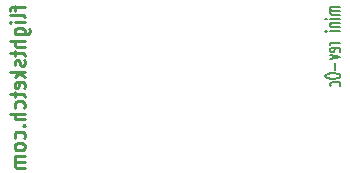
<source format=gbr>
G04 #@! TF.FileFunction,Legend,Bot*
%FSLAX46Y46*%
G04 Gerber Fmt 4.6, Leading zero omitted, Abs format (unit mm)*
G04 Created by KiCad (PCBNEW 4.0.7) date Monday, September 16, 2019 'PMt' 11:11:56 PM*
%MOMM*%
%LPD*%
G01*
G04 APERTURE LIST*
%ADD10C,0.100000*%
%ADD11C,0.190500*%
%ADD12C,0.222250*%
G04 APERTURE END LIST*
D10*
D11*
X131384524Y-107659715D02*
X130537857Y-107659715D01*
X130658810Y-107659715D02*
X130598333Y-107696000D01*
X130537857Y-107768572D01*
X130537857Y-107877429D01*
X130598333Y-107950000D01*
X130719286Y-107986286D01*
X131384524Y-107986286D01*
X130719286Y-107986286D02*
X130598333Y-108022572D01*
X130537857Y-108095143D01*
X130537857Y-108204000D01*
X130598333Y-108276572D01*
X130719286Y-108312857D01*
X131384524Y-108312857D01*
X131384524Y-108675715D02*
X130537857Y-108675715D01*
X130114524Y-108675715D02*
X130175000Y-108639429D01*
X130235476Y-108675715D01*
X130175000Y-108712000D01*
X130114524Y-108675715D01*
X130235476Y-108675715D01*
X130537857Y-109038572D02*
X131384524Y-109038572D01*
X130658810Y-109038572D02*
X130598333Y-109074857D01*
X130537857Y-109147429D01*
X130537857Y-109256286D01*
X130598333Y-109328857D01*
X130719286Y-109365143D01*
X131384524Y-109365143D01*
X131384524Y-109728001D02*
X130537857Y-109728001D01*
X130114524Y-109728001D02*
X130175000Y-109691715D01*
X130235476Y-109728001D01*
X130175000Y-109764286D01*
X130114524Y-109728001D01*
X130235476Y-109728001D01*
X131384524Y-110671429D02*
X130537857Y-110671429D01*
X130779762Y-110671429D02*
X130658810Y-110707714D01*
X130598333Y-110744000D01*
X130537857Y-110816571D01*
X130537857Y-110889143D01*
X131324048Y-111433428D02*
X131384524Y-111360857D01*
X131384524Y-111215714D01*
X131324048Y-111143143D01*
X131203095Y-111106857D01*
X130719286Y-111106857D01*
X130598333Y-111143143D01*
X130537857Y-111215714D01*
X130537857Y-111360857D01*
X130598333Y-111433428D01*
X130719286Y-111469714D01*
X130840238Y-111469714D01*
X130961190Y-111106857D01*
X130537857Y-111723714D02*
X131384524Y-111905143D01*
X130537857Y-112086571D01*
X130900714Y-112376857D02*
X130900714Y-112957428D01*
X130114524Y-113465428D02*
X130114524Y-113538000D01*
X130175000Y-113610571D01*
X130235476Y-113646857D01*
X130356429Y-113683143D01*
X130598333Y-113719428D01*
X130900714Y-113719428D01*
X131142619Y-113683143D01*
X131263571Y-113646857D01*
X131324048Y-113610571D01*
X131384524Y-113538000D01*
X131384524Y-113465428D01*
X131324048Y-113392857D01*
X131263571Y-113356571D01*
X131142619Y-113320286D01*
X130900714Y-113284000D01*
X130598333Y-113284000D01*
X130356429Y-113320286D01*
X130235476Y-113356571D01*
X130175000Y-113392857D01*
X130114524Y-113465428D01*
X131324048Y-114372571D02*
X131384524Y-114300000D01*
X131384524Y-114154857D01*
X131324048Y-114082285D01*
X131263571Y-114046000D01*
X131142619Y-114009714D01*
X130779762Y-114009714D01*
X130658810Y-114046000D01*
X130598333Y-114082285D01*
X130537857Y-114154857D01*
X130537857Y-114300000D01*
X130598333Y-114372571D01*
D12*
X103817057Y-107538157D02*
X103817057Y-107973586D01*
X104663724Y-107701443D02*
X103575152Y-107701443D01*
X103454200Y-107755871D01*
X103393724Y-107864729D01*
X103393724Y-107973586D01*
X104663724Y-108517872D02*
X104603248Y-108409014D01*
X104482295Y-108354586D01*
X103393724Y-108354586D01*
X104663724Y-108953300D02*
X103817057Y-108953300D01*
X103393724Y-108953300D02*
X103454200Y-108898871D01*
X103514676Y-108953300D01*
X103454200Y-109007728D01*
X103393724Y-108953300D01*
X103514676Y-108953300D01*
X103817057Y-109987443D02*
X104845152Y-109987443D01*
X104966105Y-109933014D01*
X105026581Y-109878586D01*
X105087057Y-109769729D01*
X105087057Y-109606443D01*
X105026581Y-109497586D01*
X104603248Y-109987443D02*
X104663724Y-109878586D01*
X104663724Y-109660872D01*
X104603248Y-109552014D01*
X104542771Y-109497586D01*
X104421819Y-109443157D01*
X104058962Y-109443157D01*
X103938010Y-109497586D01*
X103877533Y-109552014D01*
X103817057Y-109660872D01*
X103817057Y-109878586D01*
X103877533Y-109987443D01*
X104663724Y-110531729D02*
X103393724Y-110531729D01*
X104663724Y-111021586D02*
X103998486Y-111021586D01*
X103877533Y-110967157D01*
X103817057Y-110858300D01*
X103817057Y-110695015D01*
X103877533Y-110586157D01*
X103938010Y-110531729D01*
X103817057Y-111402586D02*
X103817057Y-111838015D01*
X103393724Y-111565872D02*
X104482295Y-111565872D01*
X104603248Y-111620300D01*
X104663724Y-111729158D01*
X104663724Y-111838015D01*
X104603248Y-112164586D02*
X104663724Y-112273443D01*
X104663724Y-112491158D01*
X104603248Y-112600015D01*
X104482295Y-112654443D01*
X104421819Y-112654443D01*
X104300867Y-112600015D01*
X104240390Y-112491158D01*
X104240390Y-112327872D01*
X104179914Y-112219015D01*
X104058962Y-112164586D01*
X103998486Y-112164586D01*
X103877533Y-112219015D01*
X103817057Y-112327872D01*
X103817057Y-112491158D01*
X103877533Y-112600015D01*
X104663724Y-113144301D02*
X103393724Y-113144301D01*
X104179914Y-113253158D02*
X104663724Y-113579729D01*
X103817057Y-113579729D02*
X104300867Y-113144301D01*
X104603248Y-114505015D02*
X104663724Y-114396158D01*
X104663724Y-114178444D01*
X104603248Y-114069587D01*
X104482295Y-114015158D01*
X103998486Y-114015158D01*
X103877533Y-114069587D01*
X103817057Y-114178444D01*
X103817057Y-114396158D01*
X103877533Y-114505015D01*
X103998486Y-114559444D01*
X104119438Y-114559444D01*
X104240390Y-114015158D01*
X103817057Y-114886015D02*
X103817057Y-115321444D01*
X103393724Y-115049301D02*
X104482295Y-115049301D01*
X104603248Y-115103729D01*
X104663724Y-115212587D01*
X104663724Y-115321444D01*
X104603248Y-116192301D02*
X104663724Y-116083444D01*
X104663724Y-115865730D01*
X104603248Y-115756872D01*
X104542771Y-115702444D01*
X104421819Y-115648015D01*
X104058962Y-115648015D01*
X103938010Y-115702444D01*
X103877533Y-115756872D01*
X103817057Y-115865730D01*
X103817057Y-116083444D01*
X103877533Y-116192301D01*
X104663724Y-116682158D02*
X103393724Y-116682158D01*
X104663724Y-117172015D02*
X103998486Y-117172015D01*
X103877533Y-117117586D01*
X103817057Y-117008729D01*
X103817057Y-116845444D01*
X103877533Y-116736586D01*
X103938010Y-116682158D01*
X104542771Y-117716301D02*
X104603248Y-117770729D01*
X104663724Y-117716301D01*
X104603248Y-117661872D01*
X104542771Y-117716301D01*
X104663724Y-117716301D01*
X104603248Y-118750444D02*
X104663724Y-118641587D01*
X104663724Y-118423873D01*
X104603248Y-118315015D01*
X104542771Y-118260587D01*
X104421819Y-118206158D01*
X104058962Y-118206158D01*
X103938010Y-118260587D01*
X103877533Y-118315015D01*
X103817057Y-118423873D01*
X103817057Y-118641587D01*
X103877533Y-118750444D01*
X104663724Y-119403587D02*
X104603248Y-119294729D01*
X104542771Y-119240301D01*
X104421819Y-119185872D01*
X104058962Y-119185872D01*
X103938010Y-119240301D01*
X103877533Y-119294729D01*
X103817057Y-119403587D01*
X103817057Y-119566872D01*
X103877533Y-119675729D01*
X103938010Y-119730158D01*
X104058962Y-119784587D01*
X104421819Y-119784587D01*
X104542771Y-119730158D01*
X104603248Y-119675729D01*
X104663724Y-119566872D01*
X104663724Y-119403587D01*
X104663724Y-120274444D02*
X103817057Y-120274444D01*
X103938010Y-120274444D02*
X103877533Y-120328872D01*
X103817057Y-120437730D01*
X103817057Y-120601015D01*
X103877533Y-120709872D01*
X103998486Y-120764301D01*
X104663724Y-120764301D01*
X103998486Y-120764301D02*
X103877533Y-120818730D01*
X103817057Y-120927587D01*
X103817057Y-121090872D01*
X103877533Y-121199730D01*
X103998486Y-121254158D01*
X104663724Y-121254158D01*
M02*

</source>
